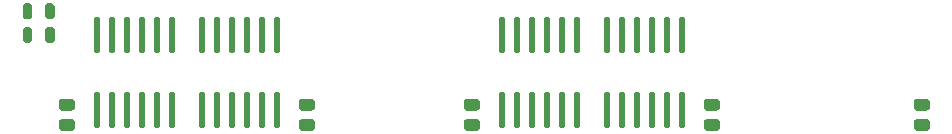
<source format=gtp>
G04 #@! TF.GenerationSoftware,KiCad,Pcbnew,(5.1.10-1-10_14)*
G04 #@! TF.CreationDate,2021-07-28T15:37:25-04:00*
G04 #@! TF.ProjectId,GW4190-SOJ,47573431-3930-42d5-934f-4a2e6b696361,2.0-SOJ*
G04 #@! TF.SameCoordinates,Original*
G04 #@! TF.FileFunction,Paste,Top*
G04 #@! TF.FilePolarity,Positive*
%FSLAX46Y46*%
G04 Gerber Fmt 4.6, Leading zero omitted, Abs format (unit mm)*
G04 Created by KiCad (PCBNEW (5.1.10-1-10_14)) date 2021-07-28 15:37:25*
%MOMM*%
%LPD*%
G01*
G04 APERTURE LIST*
G04 APERTURE END LIST*
G36*
G01*
X137297500Y-87986000D02*
X137022500Y-87986000D01*
G75*
G02*
X136885000Y-87848500I0J137500D01*
G01*
X136885000Y-85125500D01*
G75*
G02*
X137022500Y-84988000I137500J0D01*
G01*
X137297500Y-84988000D01*
G75*
G02*
X137435000Y-85125500I0J-137500D01*
G01*
X137435000Y-87848500D01*
G75*
G02*
X137297500Y-87986000I-137500J0D01*
G01*
G37*
G36*
G01*
X122057500Y-87986000D02*
X121782500Y-87986000D01*
G75*
G02*
X121645000Y-87848500I0J137500D01*
G01*
X121645000Y-85125500D01*
G75*
G02*
X121782500Y-84988000I137500J0D01*
G01*
X122057500Y-84988000D01*
G75*
G02*
X122195000Y-85125500I0J-137500D01*
G01*
X122195000Y-87848500D01*
G75*
G02*
X122057500Y-87986000I-137500J0D01*
G01*
G37*
G36*
G01*
X123327500Y-87986000D02*
X123052500Y-87986000D01*
G75*
G02*
X122915000Y-87848500I0J137500D01*
G01*
X122915000Y-85125500D01*
G75*
G02*
X123052500Y-84988000I137500J0D01*
G01*
X123327500Y-84988000D01*
G75*
G02*
X123465000Y-85125500I0J-137500D01*
G01*
X123465000Y-87848500D01*
G75*
G02*
X123327500Y-87986000I-137500J0D01*
G01*
G37*
G36*
G01*
X124597500Y-87986000D02*
X124322500Y-87986000D01*
G75*
G02*
X124185000Y-87848500I0J137500D01*
G01*
X124185000Y-85125500D01*
G75*
G02*
X124322500Y-84988000I137500J0D01*
G01*
X124597500Y-84988000D01*
G75*
G02*
X124735000Y-85125500I0J-137500D01*
G01*
X124735000Y-87848500D01*
G75*
G02*
X124597500Y-87986000I-137500J0D01*
G01*
G37*
G36*
G01*
X125867500Y-87986000D02*
X125592500Y-87986000D01*
G75*
G02*
X125455000Y-87848500I0J137500D01*
G01*
X125455000Y-85125500D01*
G75*
G02*
X125592500Y-84988000I137500J0D01*
G01*
X125867500Y-84988000D01*
G75*
G02*
X126005000Y-85125500I0J-137500D01*
G01*
X126005000Y-87848500D01*
G75*
G02*
X125867500Y-87986000I-137500J0D01*
G01*
G37*
G36*
G01*
X127137500Y-87986000D02*
X126862500Y-87986000D01*
G75*
G02*
X126725000Y-87848500I0J137500D01*
G01*
X126725000Y-85125500D01*
G75*
G02*
X126862500Y-84988000I137500J0D01*
G01*
X127137500Y-84988000D01*
G75*
G02*
X127275000Y-85125500I0J-137500D01*
G01*
X127275000Y-87848500D01*
G75*
G02*
X127137500Y-87986000I-137500J0D01*
G01*
G37*
G36*
G01*
X132217500Y-87986000D02*
X131942500Y-87986000D01*
G75*
G02*
X131805000Y-87848500I0J137500D01*
G01*
X131805000Y-85125500D01*
G75*
G02*
X131942500Y-84988000I137500J0D01*
G01*
X132217500Y-84988000D01*
G75*
G02*
X132355000Y-85125500I0J-137500D01*
G01*
X132355000Y-87848500D01*
G75*
G02*
X132217500Y-87986000I-137500J0D01*
G01*
G37*
G36*
G01*
X133487500Y-87986000D02*
X133212500Y-87986000D01*
G75*
G02*
X133075000Y-87848500I0J137500D01*
G01*
X133075000Y-85125500D01*
G75*
G02*
X133212500Y-84988000I137500J0D01*
G01*
X133487500Y-84988000D01*
G75*
G02*
X133625000Y-85125500I0J-137500D01*
G01*
X133625000Y-87848500D01*
G75*
G02*
X133487500Y-87986000I-137500J0D01*
G01*
G37*
G36*
G01*
X134757500Y-87986000D02*
X134482500Y-87986000D01*
G75*
G02*
X134345000Y-87848500I0J137500D01*
G01*
X134345000Y-85125500D01*
G75*
G02*
X134482500Y-84988000I137500J0D01*
G01*
X134757500Y-84988000D01*
G75*
G02*
X134895000Y-85125500I0J-137500D01*
G01*
X134895000Y-87848500D01*
G75*
G02*
X134757500Y-87986000I-137500J0D01*
G01*
G37*
G36*
G01*
X136027500Y-87986000D02*
X135752500Y-87986000D01*
G75*
G02*
X135615000Y-87848500I0J137500D01*
G01*
X135615000Y-85125500D01*
G75*
G02*
X135752500Y-84988000I137500J0D01*
G01*
X136027500Y-84988000D01*
G75*
G02*
X136165000Y-85125500I0J-137500D01*
G01*
X136165000Y-87848500D01*
G75*
G02*
X136027500Y-87986000I-137500J0D01*
G01*
G37*
G36*
G01*
X137297500Y-94336000D02*
X137022500Y-94336000D01*
G75*
G02*
X136885000Y-94198500I0J137500D01*
G01*
X136885000Y-91475500D01*
G75*
G02*
X137022500Y-91338000I137500J0D01*
G01*
X137297500Y-91338000D01*
G75*
G02*
X137435000Y-91475500I0J-137500D01*
G01*
X137435000Y-94198500D01*
G75*
G02*
X137297500Y-94336000I-137500J0D01*
G01*
G37*
G36*
G01*
X136027500Y-94336000D02*
X135752500Y-94336000D01*
G75*
G02*
X135615000Y-94198500I0J137500D01*
G01*
X135615000Y-91475500D01*
G75*
G02*
X135752500Y-91338000I137500J0D01*
G01*
X136027500Y-91338000D01*
G75*
G02*
X136165000Y-91475500I0J-137500D01*
G01*
X136165000Y-94198500D01*
G75*
G02*
X136027500Y-94336000I-137500J0D01*
G01*
G37*
G36*
G01*
X134757500Y-94336000D02*
X134482500Y-94336000D01*
G75*
G02*
X134345000Y-94198500I0J137500D01*
G01*
X134345000Y-91475500D01*
G75*
G02*
X134482500Y-91338000I137500J0D01*
G01*
X134757500Y-91338000D01*
G75*
G02*
X134895000Y-91475500I0J-137500D01*
G01*
X134895000Y-94198500D01*
G75*
G02*
X134757500Y-94336000I-137500J0D01*
G01*
G37*
G36*
G01*
X133487500Y-94336000D02*
X133212500Y-94336000D01*
G75*
G02*
X133075000Y-94198500I0J137500D01*
G01*
X133075000Y-91475500D01*
G75*
G02*
X133212500Y-91338000I137500J0D01*
G01*
X133487500Y-91338000D01*
G75*
G02*
X133625000Y-91475500I0J-137500D01*
G01*
X133625000Y-94198500D01*
G75*
G02*
X133487500Y-94336000I-137500J0D01*
G01*
G37*
G36*
G01*
X132217500Y-94336000D02*
X131942500Y-94336000D01*
G75*
G02*
X131805000Y-94198500I0J137500D01*
G01*
X131805000Y-91475500D01*
G75*
G02*
X131942500Y-91338000I137500J0D01*
G01*
X132217500Y-91338000D01*
G75*
G02*
X132355000Y-91475500I0J-137500D01*
G01*
X132355000Y-94198500D01*
G75*
G02*
X132217500Y-94336000I-137500J0D01*
G01*
G37*
G36*
G01*
X127137500Y-94336000D02*
X126862500Y-94336000D01*
G75*
G02*
X126725000Y-94198500I0J137500D01*
G01*
X126725000Y-91475500D01*
G75*
G02*
X126862500Y-91338000I137500J0D01*
G01*
X127137500Y-91338000D01*
G75*
G02*
X127275000Y-91475500I0J-137500D01*
G01*
X127275000Y-94198500D01*
G75*
G02*
X127137500Y-94336000I-137500J0D01*
G01*
G37*
G36*
G01*
X125867500Y-94336000D02*
X125592500Y-94336000D01*
G75*
G02*
X125455000Y-94198500I0J137500D01*
G01*
X125455000Y-91475500D01*
G75*
G02*
X125592500Y-91338000I137500J0D01*
G01*
X125867500Y-91338000D01*
G75*
G02*
X126005000Y-91475500I0J-137500D01*
G01*
X126005000Y-94198500D01*
G75*
G02*
X125867500Y-94336000I-137500J0D01*
G01*
G37*
G36*
G01*
X124597500Y-94336000D02*
X124322500Y-94336000D01*
G75*
G02*
X124185000Y-94198500I0J137500D01*
G01*
X124185000Y-91475500D01*
G75*
G02*
X124322500Y-91338000I137500J0D01*
G01*
X124597500Y-91338000D01*
G75*
G02*
X124735000Y-91475500I0J-137500D01*
G01*
X124735000Y-94198500D01*
G75*
G02*
X124597500Y-94336000I-137500J0D01*
G01*
G37*
G36*
G01*
X123327500Y-94336000D02*
X123052500Y-94336000D01*
G75*
G02*
X122915000Y-94198500I0J137500D01*
G01*
X122915000Y-91475500D01*
G75*
G02*
X123052500Y-91338000I137500J0D01*
G01*
X123327500Y-91338000D01*
G75*
G02*
X123465000Y-91475500I0J-137500D01*
G01*
X123465000Y-94198500D01*
G75*
G02*
X123327500Y-94336000I-137500J0D01*
G01*
G37*
G36*
G01*
X122057500Y-94336000D02*
X121782500Y-94336000D01*
G75*
G02*
X121645000Y-94198500I0J137500D01*
G01*
X121645000Y-91475500D01*
G75*
G02*
X121782500Y-91338000I137500J0D01*
G01*
X122057500Y-91338000D01*
G75*
G02*
X122195000Y-91475500I0J-137500D01*
G01*
X122195000Y-94198500D01*
G75*
G02*
X122057500Y-94336000I-137500J0D01*
G01*
G37*
G36*
G01*
X128407500Y-87986000D02*
X128132500Y-87986000D01*
G75*
G02*
X127995000Y-87848500I0J137500D01*
G01*
X127995000Y-85125500D01*
G75*
G02*
X128132500Y-84988000I137500J0D01*
G01*
X128407500Y-84988000D01*
G75*
G02*
X128545000Y-85125500I0J-137500D01*
G01*
X128545000Y-87848500D01*
G75*
G02*
X128407500Y-87986000I-137500J0D01*
G01*
G37*
G36*
G01*
X128407500Y-94336000D02*
X128132500Y-94336000D01*
G75*
G02*
X127995000Y-94198500I0J137500D01*
G01*
X127995000Y-91475500D01*
G75*
G02*
X128132500Y-91338000I137500J0D01*
G01*
X128407500Y-91338000D01*
G75*
G02*
X128545000Y-91475500I0J-137500D01*
G01*
X128545000Y-94198500D01*
G75*
G02*
X128407500Y-94336000I-137500J0D01*
G01*
G37*
G36*
G01*
X130947500Y-87986000D02*
X130672500Y-87986000D01*
G75*
G02*
X130535000Y-87848500I0J137500D01*
G01*
X130535000Y-85125500D01*
G75*
G02*
X130672500Y-84988000I137500J0D01*
G01*
X130947500Y-84988000D01*
G75*
G02*
X131085000Y-85125500I0J-137500D01*
G01*
X131085000Y-87848500D01*
G75*
G02*
X130947500Y-87986000I-137500J0D01*
G01*
G37*
G36*
G01*
X130947500Y-94336000D02*
X130672500Y-94336000D01*
G75*
G02*
X130535000Y-94198500I0J137500D01*
G01*
X130535000Y-91475500D01*
G75*
G02*
X130672500Y-91338000I137500J0D01*
G01*
X130947500Y-91338000D01*
G75*
G02*
X131085000Y-91475500I0J-137500D01*
G01*
X131085000Y-94198500D01*
G75*
G02*
X130947500Y-94336000I-137500J0D01*
G01*
G37*
G36*
G01*
X103007500Y-87986000D02*
X102732500Y-87986000D01*
G75*
G02*
X102595000Y-87848500I0J137500D01*
G01*
X102595000Y-85125500D01*
G75*
G02*
X102732500Y-84988000I137500J0D01*
G01*
X103007500Y-84988000D01*
G75*
G02*
X103145000Y-85125500I0J-137500D01*
G01*
X103145000Y-87848500D01*
G75*
G02*
X103007500Y-87986000I-137500J0D01*
G01*
G37*
G36*
G01*
X87767500Y-87986000D02*
X87492500Y-87986000D01*
G75*
G02*
X87355000Y-87848500I0J137500D01*
G01*
X87355000Y-85125500D01*
G75*
G02*
X87492500Y-84988000I137500J0D01*
G01*
X87767500Y-84988000D01*
G75*
G02*
X87905000Y-85125500I0J-137500D01*
G01*
X87905000Y-87848500D01*
G75*
G02*
X87767500Y-87986000I-137500J0D01*
G01*
G37*
G36*
G01*
X89037500Y-87986000D02*
X88762500Y-87986000D01*
G75*
G02*
X88625000Y-87848500I0J137500D01*
G01*
X88625000Y-85125500D01*
G75*
G02*
X88762500Y-84988000I137500J0D01*
G01*
X89037500Y-84988000D01*
G75*
G02*
X89175000Y-85125500I0J-137500D01*
G01*
X89175000Y-87848500D01*
G75*
G02*
X89037500Y-87986000I-137500J0D01*
G01*
G37*
G36*
G01*
X90307500Y-87986000D02*
X90032500Y-87986000D01*
G75*
G02*
X89895000Y-87848500I0J137500D01*
G01*
X89895000Y-85125500D01*
G75*
G02*
X90032500Y-84988000I137500J0D01*
G01*
X90307500Y-84988000D01*
G75*
G02*
X90445000Y-85125500I0J-137500D01*
G01*
X90445000Y-87848500D01*
G75*
G02*
X90307500Y-87986000I-137500J0D01*
G01*
G37*
G36*
G01*
X91577500Y-87986000D02*
X91302500Y-87986000D01*
G75*
G02*
X91165000Y-87848500I0J137500D01*
G01*
X91165000Y-85125500D01*
G75*
G02*
X91302500Y-84988000I137500J0D01*
G01*
X91577500Y-84988000D01*
G75*
G02*
X91715000Y-85125500I0J-137500D01*
G01*
X91715000Y-87848500D01*
G75*
G02*
X91577500Y-87986000I-137500J0D01*
G01*
G37*
G36*
G01*
X92847500Y-87986000D02*
X92572500Y-87986000D01*
G75*
G02*
X92435000Y-87848500I0J137500D01*
G01*
X92435000Y-85125500D01*
G75*
G02*
X92572500Y-84988000I137500J0D01*
G01*
X92847500Y-84988000D01*
G75*
G02*
X92985000Y-85125500I0J-137500D01*
G01*
X92985000Y-87848500D01*
G75*
G02*
X92847500Y-87986000I-137500J0D01*
G01*
G37*
G36*
G01*
X97927500Y-87986000D02*
X97652500Y-87986000D01*
G75*
G02*
X97515000Y-87848500I0J137500D01*
G01*
X97515000Y-85125500D01*
G75*
G02*
X97652500Y-84988000I137500J0D01*
G01*
X97927500Y-84988000D01*
G75*
G02*
X98065000Y-85125500I0J-137500D01*
G01*
X98065000Y-87848500D01*
G75*
G02*
X97927500Y-87986000I-137500J0D01*
G01*
G37*
G36*
G01*
X99197500Y-87986000D02*
X98922500Y-87986000D01*
G75*
G02*
X98785000Y-87848500I0J137500D01*
G01*
X98785000Y-85125500D01*
G75*
G02*
X98922500Y-84988000I137500J0D01*
G01*
X99197500Y-84988000D01*
G75*
G02*
X99335000Y-85125500I0J-137500D01*
G01*
X99335000Y-87848500D01*
G75*
G02*
X99197500Y-87986000I-137500J0D01*
G01*
G37*
G36*
G01*
X100467500Y-87986000D02*
X100192500Y-87986000D01*
G75*
G02*
X100055000Y-87848500I0J137500D01*
G01*
X100055000Y-85125500D01*
G75*
G02*
X100192500Y-84988000I137500J0D01*
G01*
X100467500Y-84988000D01*
G75*
G02*
X100605000Y-85125500I0J-137500D01*
G01*
X100605000Y-87848500D01*
G75*
G02*
X100467500Y-87986000I-137500J0D01*
G01*
G37*
G36*
G01*
X101737500Y-87986000D02*
X101462500Y-87986000D01*
G75*
G02*
X101325000Y-87848500I0J137500D01*
G01*
X101325000Y-85125500D01*
G75*
G02*
X101462500Y-84988000I137500J0D01*
G01*
X101737500Y-84988000D01*
G75*
G02*
X101875000Y-85125500I0J-137500D01*
G01*
X101875000Y-87848500D01*
G75*
G02*
X101737500Y-87986000I-137500J0D01*
G01*
G37*
G36*
G01*
X103007500Y-94336000D02*
X102732500Y-94336000D01*
G75*
G02*
X102595000Y-94198500I0J137500D01*
G01*
X102595000Y-91475500D01*
G75*
G02*
X102732500Y-91338000I137500J0D01*
G01*
X103007500Y-91338000D01*
G75*
G02*
X103145000Y-91475500I0J-137500D01*
G01*
X103145000Y-94198500D01*
G75*
G02*
X103007500Y-94336000I-137500J0D01*
G01*
G37*
G36*
G01*
X101737500Y-94336000D02*
X101462500Y-94336000D01*
G75*
G02*
X101325000Y-94198500I0J137500D01*
G01*
X101325000Y-91475500D01*
G75*
G02*
X101462500Y-91338000I137500J0D01*
G01*
X101737500Y-91338000D01*
G75*
G02*
X101875000Y-91475500I0J-137500D01*
G01*
X101875000Y-94198500D01*
G75*
G02*
X101737500Y-94336000I-137500J0D01*
G01*
G37*
G36*
G01*
X100467500Y-94336000D02*
X100192500Y-94336000D01*
G75*
G02*
X100055000Y-94198500I0J137500D01*
G01*
X100055000Y-91475500D01*
G75*
G02*
X100192500Y-91338000I137500J0D01*
G01*
X100467500Y-91338000D01*
G75*
G02*
X100605000Y-91475500I0J-137500D01*
G01*
X100605000Y-94198500D01*
G75*
G02*
X100467500Y-94336000I-137500J0D01*
G01*
G37*
G36*
G01*
X99197500Y-94336000D02*
X98922500Y-94336000D01*
G75*
G02*
X98785000Y-94198500I0J137500D01*
G01*
X98785000Y-91475500D01*
G75*
G02*
X98922500Y-91338000I137500J0D01*
G01*
X99197500Y-91338000D01*
G75*
G02*
X99335000Y-91475500I0J-137500D01*
G01*
X99335000Y-94198500D01*
G75*
G02*
X99197500Y-94336000I-137500J0D01*
G01*
G37*
G36*
G01*
X97927500Y-94336000D02*
X97652500Y-94336000D01*
G75*
G02*
X97515000Y-94198500I0J137500D01*
G01*
X97515000Y-91475500D01*
G75*
G02*
X97652500Y-91338000I137500J0D01*
G01*
X97927500Y-91338000D01*
G75*
G02*
X98065000Y-91475500I0J-137500D01*
G01*
X98065000Y-94198500D01*
G75*
G02*
X97927500Y-94336000I-137500J0D01*
G01*
G37*
G36*
G01*
X92847500Y-94336000D02*
X92572500Y-94336000D01*
G75*
G02*
X92435000Y-94198500I0J137500D01*
G01*
X92435000Y-91475500D01*
G75*
G02*
X92572500Y-91338000I137500J0D01*
G01*
X92847500Y-91338000D01*
G75*
G02*
X92985000Y-91475500I0J-137500D01*
G01*
X92985000Y-94198500D01*
G75*
G02*
X92847500Y-94336000I-137500J0D01*
G01*
G37*
G36*
G01*
X91577500Y-94336000D02*
X91302500Y-94336000D01*
G75*
G02*
X91165000Y-94198500I0J137500D01*
G01*
X91165000Y-91475500D01*
G75*
G02*
X91302500Y-91338000I137500J0D01*
G01*
X91577500Y-91338000D01*
G75*
G02*
X91715000Y-91475500I0J-137500D01*
G01*
X91715000Y-94198500D01*
G75*
G02*
X91577500Y-94336000I-137500J0D01*
G01*
G37*
G36*
G01*
X90307500Y-94336000D02*
X90032500Y-94336000D01*
G75*
G02*
X89895000Y-94198500I0J137500D01*
G01*
X89895000Y-91475500D01*
G75*
G02*
X90032500Y-91338000I137500J0D01*
G01*
X90307500Y-91338000D01*
G75*
G02*
X90445000Y-91475500I0J-137500D01*
G01*
X90445000Y-94198500D01*
G75*
G02*
X90307500Y-94336000I-137500J0D01*
G01*
G37*
G36*
G01*
X89037500Y-94336000D02*
X88762500Y-94336000D01*
G75*
G02*
X88625000Y-94198500I0J137500D01*
G01*
X88625000Y-91475500D01*
G75*
G02*
X88762500Y-91338000I137500J0D01*
G01*
X89037500Y-91338000D01*
G75*
G02*
X89175000Y-91475500I0J-137500D01*
G01*
X89175000Y-94198500D01*
G75*
G02*
X89037500Y-94336000I-137500J0D01*
G01*
G37*
G36*
G01*
X87767500Y-94336000D02*
X87492500Y-94336000D01*
G75*
G02*
X87355000Y-94198500I0J137500D01*
G01*
X87355000Y-91475500D01*
G75*
G02*
X87492500Y-91338000I137500J0D01*
G01*
X87767500Y-91338000D01*
G75*
G02*
X87905000Y-91475500I0J-137500D01*
G01*
X87905000Y-94198500D01*
G75*
G02*
X87767500Y-94336000I-137500J0D01*
G01*
G37*
G36*
G01*
X94117500Y-87986000D02*
X93842500Y-87986000D01*
G75*
G02*
X93705000Y-87848500I0J137500D01*
G01*
X93705000Y-85125500D01*
G75*
G02*
X93842500Y-84988000I137500J0D01*
G01*
X94117500Y-84988000D01*
G75*
G02*
X94255000Y-85125500I0J-137500D01*
G01*
X94255000Y-87848500D01*
G75*
G02*
X94117500Y-87986000I-137500J0D01*
G01*
G37*
G36*
G01*
X94117500Y-94336000D02*
X93842500Y-94336000D01*
G75*
G02*
X93705000Y-94198500I0J137500D01*
G01*
X93705000Y-91475500D01*
G75*
G02*
X93842500Y-91338000I137500J0D01*
G01*
X94117500Y-91338000D01*
G75*
G02*
X94255000Y-91475500I0J-137500D01*
G01*
X94255000Y-94198500D01*
G75*
G02*
X94117500Y-94336000I-137500J0D01*
G01*
G37*
G36*
G01*
X96657500Y-87986000D02*
X96382500Y-87986000D01*
G75*
G02*
X96245000Y-87848500I0J137500D01*
G01*
X96245000Y-85125500D01*
G75*
G02*
X96382500Y-84988000I137500J0D01*
G01*
X96657500Y-84988000D01*
G75*
G02*
X96795000Y-85125500I0J-137500D01*
G01*
X96795000Y-87848500D01*
G75*
G02*
X96657500Y-87986000I-137500J0D01*
G01*
G37*
G36*
G01*
X96657500Y-94336000D02*
X96382500Y-94336000D01*
G75*
G02*
X96245000Y-94198500I0J137500D01*
G01*
X96245000Y-91475500D01*
G75*
G02*
X96382500Y-91338000I137500J0D01*
G01*
X96657500Y-91338000D01*
G75*
G02*
X96795000Y-91475500I0J-137500D01*
G01*
X96795000Y-94198500D01*
G75*
G02*
X96657500Y-94336000I-137500J0D01*
G01*
G37*
G36*
G01*
X84665000Y-93607000D02*
X85515000Y-93607000D01*
G75*
G02*
X85765000Y-93857000I0J-250000D01*
G01*
X85765000Y-94357000D01*
G75*
G02*
X85515000Y-94607000I-250000J0D01*
G01*
X84665000Y-94607000D01*
G75*
G02*
X84415000Y-94357000I0J250000D01*
G01*
X84415000Y-93857000D01*
G75*
G02*
X84665000Y-93607000I250000J0D01*
G01*
G37*
G36*
G01*
X84665000Y-91907000D02*
X85515000Y-91907000D01*
G75*
G02*
X85765000Y-92157000I0J-250000D01*
G01*
X85765000Y-92657000D01*
G75*
G02*
X85515000Y-92907000I-250000J0D01*
G01*
X84665000Y-92907000D01*
G75*
G02*
X84415000Y-92657000I0J250000D01*
G01*
X84415000Y-92157000D01*
G75*
G02*
X84665000Y-91907000I250000J0D01*
G01*
G37*
G36*
G01*
X104985000Y-93607000D02*
X105835000Y-93607000D01*
G75*
G02*
X106085000Y-93857000I0J-250000D01*
G01*
X106085000Y-94357000D01*
G75*
G02*
X105835000Y-94607000I-250000J0D01*
G01*
X104985000Y-94607000D01*
G75*
G02*
X104735000Y-94357000I0J250000D01*
G01*
X104735000Y-93857000D01*
G75*
G02*
X104985000Y-93607000I250000J0D01*
G01*
G37*
G36*
G01*
X104985000Y-91907000D02*
X105835000Y-91907000D01*
G75*
G02*
X106085000Y-92157000I0J-250000D01*
G01*
X106085000Y-92657000D01*
G75*
G02*
X105835000Y-92907000I-250000J0D01*
G01*
X104985000Y-92907000D01*
G75*
G02*
X104735000Y-92657000I0J250000D01*
G01*
X104735000Y-92157000D01*
G75*
G02*
X104985000Y-91907000I250000J0D01*
G01*
G37*
G36*
G01*
X118955000Y-93607000D02*
X119805000Y-93607000D01*
G75*
G02*
X120055000Y-93857000I0J-250000D01*
G01*
X120055000Y-94357000D01*
G75*
G02*
X119805000Y-94607000I-250000J0D01*
G01*
X118955000Y-94607000D01*
G75*
G02*
X118705000Y-94357000I0J250000D01*
G01*
X118705000Y-93857000D01*
G75*
G02*
X118955000Y-93607000I250000J0D01*
G01*
G37*
G36*
G01*
X118955000Y-91907000D02*
X119805000Y-91907000D01*
G75*
G02*
X120055000Y-92157000I0J-250000D01*
G01*
X120055000Y-92657000D01*
G75*
G02*
X119805000Y-92907000I-250000J0D01*
G01*
X118955000Y-92907000D01*
G75*
G02*
X118705000Y-92657000I0J250000D01*
G01*
X118705000Y-92157000D01*
G75*
G02*
X118955000Y-91907000I250000J0D01*
G01*
G37*
G36*
G01*
X157905000Y-92907000D02*
X157055000Y-92907000D01*
G75*
G02*
X156805000Y-92657000I0J250000D01*
G01*
X156805000Y-92157000D01*
G75*
G02*
X157055000Y-91907000I250000J0D01*
G01*
X157905000Y-91907000D01*
G75*
G02*
X158155000Y-92157000I0J-250000D01*
G01*
X158155000Y-92657000D01*
G75*
G02*
X157905000Y-92907000I-250000J0D01*
G01*
G37*
G36*
G01*
X157905000Y-94607000D02*
X157055000Y-94607000D01*
G75*
G02*
X156805000Y-94357000I0J250000D01*
G01*
X156805000Y-93857000D01*
G75*
G02*
X157055000Y-93607000I250000J0D01*
G01*
X157905000Y-93607000D01*
G75*
G02*
X158155000Y-93857000I0J-250000D01*
G01*
X158155000Y-94357000D01*
G75*
G02*
X157905000Y-94607000I-250000J0D01*
G01*
G37*
G36*
G01*
X139275000Y-93607000D02*
X140125000Y-93607000D01*
G75*
G02*
X140375000Y-93857000I0J-250000D01*
G01*
X140375000Y-94357000D01*
G75*
G02*
X140125000Y-94607000I-250000J0D01*
G01*
X139275000Y-94607000D01*
G75*
G02*
X139025000Y-94357000I0J250000D01*
G01*
X139025000Y-93857000D01*
G75*
G02*
X139275000Y-93607000I250000J0D01*
G01*
G37*
G36*
G01*
X139275000Y-91907000D02*
X140125000Y-91907000D01*
G75*
G02*
X140375000Y-92157000I0J-250000D01*
G01*
X140375000Y-92657000D01*
G75*
G02*
X140125000Y-92907000I-250000J0D01*
G01*
X139275000Y-92907000D01*
G75*
G02*
X139025000Y-92657000I0J250000D01*
G01*
X139025000Y-92157000D01*
G75*
G02*
X139275000Y-91907000I250000J0D01*
G01*
G37*
G36*
G01*
X82150000Y-86025000D02*
X82150000Y-86975000D01*
G75*
G02*
X81950000Y-87175000I-200000J0D01*
G01*
X81550000Y-87175000D01*
G75*
G02*
X81350000Y-86975000I0J200000D01*
G01*
X81350000Y-86025000D01*
G75*
G02*
X81550000Y-85825000I200000J0D01*
G01*
X81950000Y-85825000D01*
G75*
G02*
X82150000Y-86025000I0J-200000D01*
G01*
G37*
G36*
G01*
X84050000Y-86025000D02*
X84050000Y-86975000D01*
G75*
G02*
X83850000Y-87175000I-200000J0D01*
G01*
X83450000Y-87175000D01*
G75*
G02*
X83250000Y-86975000I0J200000D01*
G01*
X83250000Y-86025000D01*
G75*
G02*
X83450000Y-85825000I200000J0D01*
G01*
X83850000Y-85825000D01*
G75*
G02*
X84050000Y-86025000I0J-200000D01*
G01*
G37*
G36*
G01*
X81350000Y-84975000D02*
X81350000Y-84025000D01*
G75*
G02*
X81550000Y-83825000I200000J0D01*
G01*
X81950000Y-83825000D01*
G75*
G02*
X82150000Y-84025000I0J-200000D01*
G01*
X82150000Y-84975000D01*
G75*
G02*
X81950000Y-85175000I-200000J0D01*
G01*
X81550000Y-85175000D01*
G75*
G02*
X81350000Y-84975000I0J200000D01*
G01*
G37*
G36*
G01*
X83250000Y-84975000D02*
X83250000Y-84025000D01*
G75*
G02*
X83450000Y-83825000I200000J0D01*
G01*
X83850000Y-83825000D01*
G75*
G02*
X84050000Y-84025000I0J-200000D01*
G01*
X84050000Y-84975000D01*
G75*
G02*
X83850000Y-85175000I-200000J0D01*
G01*
X83450000Y-85175000D01*
G75*
G02*
X83250000Y-84975000I0J200000D01*
G01*
G37*
M02*

</source>
